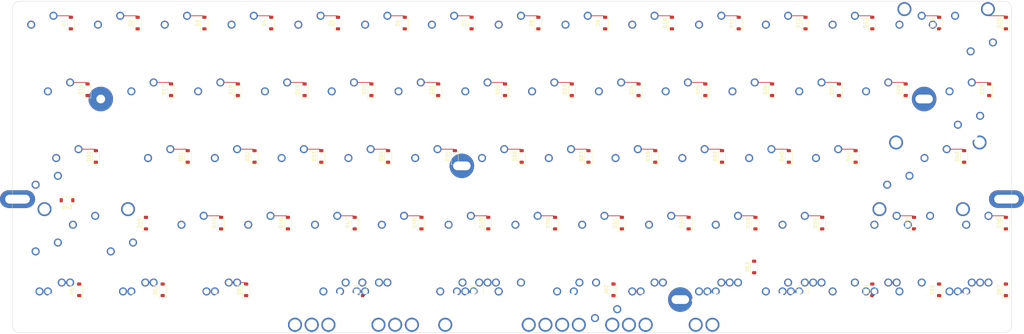
<source format=kicad_pcb>
(kicad_pcb (version 20241229) (generator "pcbnew") (generator_version "9.0")
  (layers (0 "F.Cu" signal) (2 "B.Cu" signal) (13 "F.Paste" user) (15 "B.Paste" user) (5 "F.SilkS" user "F.Silkscreen") (7 "B.SilkS" user "B.Silkscreen") (1 "F.Mask" user) (3 "B.Mask" user) (25 "Edge.Cuts" user))
  (net 0 "")
  (net 1 "Net-(D30-A)")
  (net 2 "row1")
  (net 3 "Net-(D1-A)")
  (net 4 "Net-(D2-A)")
  (net 5 "Net-(D3-A)")
  (net 6 "Net-(D4-A)")
  (net 7 "Net-(D5-A)")
  (net 8 "Net-(D6-A)")
  (net 9 "Net-(D7-A)")
  (net 10 "Net-(D8-A)")
  (net 11 "Net-(D9-A)")
  (net 12 "Net-(D10-A)")
  (net 13 "Net-(D11-A)")
  (net 14 "Net-(D12-A)")
  (net 15 "Net-(D13-A)")
  (net 16 "Net-(D14-A)")
  (net 17 "row2")
  (net 18 "Net-(D15-A)")
  (net 19 "Net-(D16-A)")
  (net 20 "Net-(D17-A)")
  (net 21 "Net-(D18-A)")
  (net 22 "Net-(D19-A)")
  (net 23 "Net-(D20-A)")
  (net 24 "Net-(D21-A)")
  (net 25 "Net-(D22-A)")
  (net 26 "Net-(D23-A)")
  (net 27 "Net-(D24-A)")
  (net 28 "Net-(D25-A)")
  (net 29 "Net-(D26-A)")
  (net 30 "Net-(D27-A)")
  (net 31 "Net-(D28-A)")
  (net 32 "row3")
  (net 33 "Net-(D29-A)")
  (net 34 "Net-(D31-A)")
  (net 35 "Net-(D32-A)")
  (net 36 "Net-(D33-A)")
  (net 37 "Net-(D34-A)")
  (net 38 "Net-(D35-A)")
  (net 39 "Net-(D36-A)")
  (net 40 "Net-(D37-A)")
  (net 41 "Net-(D38-A)")
  (net 42 "Net-(D39-A)")
  (net 43 "Net-(D40-A)")
  (net 44 "Net-(D41-A)")
  (net 45 "Net-(D42-A)")
  (net 46 "row4")
  (net 47 "Net-(D44-A)")
  (net 48 "Net-(D45-A)")
  (net 49 "Net-(D46-A)")
  (net 50 "Net-(D47-A)")
  (net 51 "Net-(D48-A)")
  (net 52 "Net-(D49-A)")
  (net 53 "Net-(D50-A)")
  (net 54 "Net-(D51-A)")
  (net 55 "Net-(D52-A)")
  (net 56 "Net-(D53-A)")
  (net 57 "Net-(D54-A)")
  (net 58 "Net-(D55-A)")
  (net 59 "row5")
  (net 60 "Net-(D57-A)")
  (net 61 "Net-(D58-A)")
  (net 62 "Net-(D59-A)")
  (net 63 "Net-(D60-A)")
  (net 64 "Net-(D61-A)")
  (net 65 "Net-(D62-A)")
  (net 66 "Net-(D63-A)")
  (net 67 "Net-(D64-A)")
  (net 68 "Net-(D65-A)")
  (net 69 "Net-(D66-A)")
  (net 70 "Net-(D67-A)")
  (net 71 "col1")
  (net 72 "col2")
  (net 73 "col3")
  (net 74 "col4")
  (net 75 "col5")
  (net 76 "col6")
  (net 77 "col7")
  (net 78 "col8")
  (net 79 "col9")
  (net 80 "col10")
  (net 81 "col11")
  (net 82 "col12")
  (net 83 "col13")
  (net 84 "col14")
  (net 85 "Net-(D43-A)")
  (net 86 "Net-(D56-A)")
  (footprint "marbastlib-mx:SW_MX_1u" (layer "F.Cu") (at 197.64375 114.3 180)
    (property "Reference" "MX70" (hide yes))
    (property "Value" "MX_SW_HS")
  )
  (footprint "marbastlib-mx:SW_MX_1u" (layer "F.Cu") (at 152.4 38.1)
    (property "Reference" "MX7" (hide yes))
    (property "Value" "MX_SW_HS")
  )
  (footprint "marbastlib-mx:STAB_MX_P_2.75u" (layer "F.Cu") (at 211.93125 114.3 180)
    (property "Reference" "S8" (hide yes))
    (property "Value" "2.75")
  )
  (footprint "marbastlib-mx:SW_MX_1.75u" (layer "F.Cu") (at 278.62125 95.25)
    (property "Reference" "MX97" (hide yes))
    (property "Value" "MX_SW_HS")
  )
  (footprint "marbastlib-mx:SW_MX_1u" (layer "F.Cu") (at 209.55 114.3)
    (property "Reference" "MX87" (hide yes))
    (property "Value" "MX_SW_HS")
  )
  (footprint "Diode_SMD:D_SOD-123" (layer "F.Cu") (at 240.50625 104.775 90)
    (property "Reference" "D63")
    (property "Value" "1N4148W")
  )
  (footprint "marbastlib-mx:STAB_MX_P_2.25u" (layer "F.Cu") (at 197.64375 114.3 180)
    (property "Reference" "S5" (hide yes))
    (property "Value" "2.25")
  )
  (footprint "marbastlib-mx:SW_MX_1u" (layer "F.Cu") (at 238.125 57.15)
    (property "Reference" "MX26" (hide yes))
    (property "Value" "MX_SW_HS")
  )
  (footprint "marbastlib-mx:SW_MX_1u" (layer "F.Cu") (at 171.45 38.1)
    (property "Reference" "MX8" (hide yes))
    (property "Value" "MX_SW_HS")
  )
  (footprint "Diode_SMD:D_SOD-123" (layer "F.Cu") (at 312.3 111.3 90)
    (property "Reference" "D67")
    (property "Value" "1N4148W")
  )
  (footprint "marbastlib-mx:SW_MX_1u" (layer "F.Cu") (at 295.275 38.1)
    (property "Reference" "MX92" (hide yes))
    (property "Value" "MX_SW_HS")
  )
  (footprint "marbastlib-mx:STAB_MX_P_6u" (layer "F.Cu") (at 161.925 114.3 180)
    (property "Reference" "S12" (hide yes))
    (property "Value" "6")
  )
  (footprint "marbastlib-mx:SW_MX_1u" (layer "F.Cu") (at 257.175 57.15)
    (property "Reference" "MX27" (hide yes))
    (property "Value" "MX_SW_HS")
  )
  (footprint "Diode_SMD:D_SOD-123" (layer "F.Cu") (at 162.28125 111.3 90)
    (property "Reference" "D61")
    (property "Value" "1N4148W")
  )
  (footprint "Diode_SMD:D_SOD-123" (layer "F.Cu") (at 221.8125 92.25 90)
    (property "Reference" "D52")
    (property "Value" "1N4148W")
  )
  (footprint "marbastlib-mx:STAB_MX_P_2.75u" (layer "F.Cu") (at 188.11875 114.3 180)
    (property "Reference" "S14" (hide yes))
    (property "Value" "2.75")
  )
  (footprint "marbastlib-mx:SW_MX_1u" (layer "F.Cu") (at 109.5375 76.2)
    (property "Reference" "MX33" (hide yes))
    (property "Value" "MX_SW_HS")
  )
  (footprint "marbastlib-mx:SW_MX_1.25u" (layer "F.Cu") (at 230.98125 114.3)
    (property "Reference" "MX71" (hide yes))
    (property "Value" "MX_SW_HS")
  )
  (footprint "marbastlib-mx:SW_MX_1.25u" (layer "F.Cu") (at 59.53125 95.25 180)
    (property "Reference" "MX44" (hide yes))
    (property "Value" "MX_SW_HS")
  )
  (footprint "Diode_SMD:D_SOD-123" (layer "F.Cu") (at 300.39375 73.2 90)
    (property "Reference" "D42")
    (property "Value" "1N4148W")
  )
  (footprint "Diode_SMD:D_SOD-123" (layer "F.Cu") (at 78.9375 73.2 90)
    (property "Reference" "D31")
    (property "Value" "1N4148W")
  )
  (footprint "Diode_SMD:D_SOD-123" (layer "F.Cu") (at 174.1875 73.2 90)
    (property "Reference" "D36")
    (property "Value" "1N4148W")
  )
  (footprint "Diode_SMD:D_SOD-123" (layer "F.Cu") (at 255.15 35.1 90)
    (property "Reference" "D12")
    (property "Value" "1N4148W")
  )
  (footprint "marbastlib-mx:SW_MX_1u" (layer "F.Cu") (at 276.225 57.15)
    (property "Reference" "MX28" (hide yes))
    (property "Value" "MX_SW_HS")
  )
  (footprint "Diode_SMD:D_SOD-123" (layer "F.Cu") (at 236.1 35.1 90)
    (property "Reference" "D11")
    (property "Value" "1N4148W")
  )
  (footprint "marbastlib-mx:STAB_MX_P_2.75u" (layer "F.Cu") (at 130.96875 114.3 180)
    (property "Reference" "S7" (hide yes))
    (property "Value" "2.75")
  )
  (footprint "marbastlib-mx:SW_MX_1u" (layer "F.Cu") (at 304.8 95.25)
    (property "Reference" "MX98" (hide yes))
    (property "Value" "MX_SW_HS")
  )
  (footprint "Diode_SMD:D_SOD-123" (layer "F.Cu") (at 259.9125 92.25 90)
    (property "Reference" "D54")
    (property "Value" "1N4148W")
  )
  (footprint "marbastlib-mx:SW_MX_1u" (layer "F.Cu") (at 228.6 38.1)
    (property "Reference" "MX11" (hide yes))
    (property "Value" "MX_SW_HS")
  )
  (footprint "marbastlib-mx:SW_MX_1u" (layer "F.Cu") (at 176.2125 95.25)
    (property "Reference" "MX50" (hide yes))
    (property "Value" "MX_SW_HS")
  )
  (footprint "marbastlib-mx:SW_MX_1u" (layer "F.Cu") (at 80.9625 95.25)
    (property "Reference" "MX45" (hide yes))
    (property "Value" "MX_SW_HS")
  )
  (footprint "marbastlib-mx:SW_MX_1.25u" (layer "F.Cu") (at 302.41875 114.3)
    (property "Reference" "MX74" (hide yes))
    (property "Value" "MX_SW_HS")
  )
  (footprint "marbastlib-mx:SW_MX_1u" (layer "F.Cu") (at 66.675 114.3)
    (property "Reference" "MX77" (hide yes))
    (property "Value" "MX_SW_HS")
  )
  (footprint "marbastlib-mx:SW_MX_1u" (layer "F.Cu") (at 128.5875 76.2)
    (property "Reference" "MX34" (hide yes))
    (property "Value" "MX_SW_HS")
  )
  (footprint "marbastlib-mx:SW_MX_1u" (layer "F.Cu") (at 66.675 57.15)
    (property "Reference" "MX17" (hide yes))
    (property "Value" "MX_SW_HS")
  )
  (footprint "marbastlib-mx:SW_MX_1u" (layer "F.Cu") (at 285.75 38.1)
    (property "Reference" "MX14" (hide yes))
    (property "Value" "MX_SW_HS")
  )
  (footprint "marbastlib-mx:SW_MX_1u" (layer "F.Cu") (at 200.025 57.15)
    (property "Reference" "MX24" (hide yes))
    (property "Value" "MX_SW_HS")
  )
  (footprint "marbastlib-mx:SW_MX_1.25u" (layer "F.Cu") (at 154.78125 114.3)
    (property "Reference" "MX61" (hide yes))
    (property "Value" "MX_SW_HS")
  )
  (footprint "marbastlib-mx:STAB_MX_P_3u" (layer "F.Cu") (at 209.55 114.3 180)
    (property "Reference" "S10" (hide yes))
    (property "Value" "3")
  )
  (footprint "Diode_SMD:D_SOD-123" (layer "F.Cu") (at 274.2 35.1 90)
    (property "Reference" "D13")
    (property "Value" "1N4148W")
  )
  (footprint "marbastlib-mx:SW_MX_1u" (layer "F.Cu") (at 285.75 114.3)
    (property "Reference" "MX66" (hide yes))
    (property "Value" "MX_SW_HS")
  )
  (footprint "Diode_SMD:D_SOD-123" (layer "F.Cu") (at 283.725 54.15 90)
    (property "Reference" "D28")
    (property "Value" "1N4148W")
  )
  (footprint "marbastlib-mx:SW_MX_1u" (layer "F.Cu") (at 100.0125 95.25)
    (property "Reference" "MX46" (hide yes))
    (property "Value" "MX_SW_HS")
  )
  (footprint "Diode_SMD:D_SOD-123" (layer "F.Cu") (at 240.8625 92.25 90)
    (property "Reference" "D53")
    (property "Value" "1N4148W")
  )
  (footprint "marbastlib-mx:SW_MX_1.25u" (layer "F.Cu") (at 278.60625 114.3)
    (property "Reference" "MX73" (hide yes))
    (property "Value" "MX_SW_HS")
  )
  (footprint "Diode_SMD:D_SOD-123" (layer "F.Cu") (at 264.675 54.15 90)
    (property "Reference" "D27")
    (property "Value" "1N4148W")
  )
  (footprint "marbastlib-mx:SW_MX_1.5u" (layer "F.Cu") (at 171.45 114.3)
    (property "Reference" "MX80" (hide yes))
    (property "Value" "MX_SW_HS")
  )
  (footprint "marbastlib-mx:SW_MX_1u" (layer "F.Cu") (at 133.35 114.3)
    (property "Reference" "MX85" (hide yes))
    (property "Value" "MX_SW_HS")
  )
  (footprint "marbastlib-mx:SW_MX_1u" (layer "F.Cu") (at 180.975 57.15)
    (property "Reference" "MX23" (hide yes))
    (property "Value" "MX_SW_HS")
  )
  (footprint "Diode_SMD:D_SOD-123" (layer "F.Cu") (at 293.25 111.3 90)
    (property "Reference" "D66")
    (property "Value" "1N4148W")
  )
  (footprint "Diode_SMD:D_SOD-123" (layer "F.Cu") (at 202.7625 92.25 90)
    (property "Reference" "D51")
    (property "Value" "1N4148W")
  )
  (footprint "marbastlib-mx:SW_MX_1u" (layer "F.Cu") (at 123.825 57.15)
    (property "Reference" "MX20" (hide yes))
    (property "Value" "MX_SW_HS")
  )
  (footprint "Diode_SMD:D_SOD-123" (layer "F.Cu") (at 217.05 35.1 90)
    (property "Reference" "D10")
    (property "Value" "1N4148W")
  )
  (footprint "marbastlib-mx:SW_MX_1.25u" (layer "F.Cu") (at 164.30625 114.3)
    (property "Reference" "MX69" (hide yes))
    (property "Value" "MX_SW_HS")
  )
  (footprint "marbastlib-mx:SW_MX_1.25u" (layer "F.Cu") (at 254.79375 114.3)
    (property "Reference" "MX72" (hide yes))
    (property "Value" "MX_SW_HS")
  )
  (footprint "Diode_SMD:D_SOD-123" (layer "F.Cu") (at 245.625 54.15 90)
    (property "Reference" "D26")
    (property "Value" "1N4148W")
  )
  (footprint "marbastlib-mx:STAB_MX_P_2.25u" (layer "F.Cu") (at 121.44375 114.3 180)
    (property "Reference" "S2" (hide yes))
    (property "Value" "2.25")
  )
  (footprint "Diode_SMD:D_SOD-123" (layer "F.Cu") (at 117.0375 73.2 90)
    (property "Reference" "D33")
    (property "Value" "1N4148W")
  )
  (footprint "Diode_SMD:D_SOD-123" (layer "F.Cu") (at 52.74375 73.2 90)
    (property "Reference" "D30")
    (property "Value" "1N4148W")
  )
  (footprint "marbastlib-mx:SW_MX_1.25u" (layer "F.Cu") (at 88.10625 114.3)
    (property "Reference" "MX59" (hide yes))
    (property "Value" "MX_SW_HS")
  )
  (footprint "marbastlib-mx:SW_MX_1u" (layer "F.Cu") (at 95.25 38.1)
    (property "Reference" "MX4" (hide yes))
    (property "Value" "MX_SW_HS")
  )
  (footprint "marbastlib-mx:STAB_MX_P_2.75u" (layer "F.Cu") (at 126.20625 114.3 180)
    (property "Reference" "S4" (hide yes))
    (property "Value" "2.75")
  )
  (footprint "Diode_SMD:D_SOD-123" (layer "F.Cu") (at 164.6625 92.25 90)
    (property "Reference" "D49")
    (property "Value" "1N4148W")
  )
  (footprint "Diode_SMD:D_SOD-123" (layer "F.Cu") (at 93.225 54.15 90)
    (property "Reference" "D18")
    (property "Value" "1N4148W")
  )
  (footprint "Diode_SMD:D_SOD-123" (layer "F.Cu") (at 212.2875 73.2 90)
    (property "Reference" "D38")
    (property "Value" "1N4148W")
  )
  (footprint "Diode_SMD:D_SOD-123" (layer "F.Cu") (at 269.4375 73.2 90)
    (property "Reference" "D41")
    (property "Value" "1N4148W")
  )
  (footprint "marbastlib-mx:SW_MX_1u" (layer "F.Cu") (at 228.6 114.3)
    (property "Reference" "MX63" (hide yes))
    (property "Value" "MX_SW_HS")
  )
  (footprint "marbastlib-mx:STAB_MX_P_2.75u" (layer "F.Cu") (at 288.14625 95.25)
    (property "Reference" "S18" (hide yes))
    (property "Value" "2.75")
  )
  (footprint "marbastlib-mx:SW_MX_1u" (layer "F.Cu") (at 130.96875 114.3)
    (property "Reference" "MX79" (hide yes))
    (property "Value" "MX_SW_HS")
  )
  (footprint "marbastlib-mx:SW_MX_1u" (layer "F.Cu") (at 142.875 57.15)
    (property "Reference" "MX21" (hide yes))
    (property "Value" "MX_SW_HS")
  )
  (footprint "hole:PKRHC" (layer "F.Cu") (at 54.13762 56.79382)
    (property "Reference" "HOLE" (hide yes))
    (property "Value" "VAL**" (hide yes))
  )
  (footprint "Diode_SMD:D_SOD-123" (layer "F.Cu") (at 102.75 35.1 90)
    (property "Reference" "D4")
    (property "Value" "1N4148W")
  )
  (footprint "marbastlib-mx:SW_MX_1u" (layer "F.Cu") (at 50.00625 95.25)
    (property "Reference" "MX95" (hide yes))
    (property "Value" "MX_SW_HS")
  )
  (footprint "marbastlib-mx:SW_MX_1u" (layer "F.Cu") (at 233.3625 95.25)
    (property "Reference" "MX53" (hide yes))
    (property "Value" "MX_SW_HS")
  )
  (footprint "marbastlib-mx:SW_MX_1u" (layer "F.Cu") (at 161.925 57.15)
    (property "Reference" "MX22" (hide yes))
    (property "Value" "MX_SW_HS")
  )
  (footprint "marbastlib-mx:SW_MX_1.75u" (layer "F.Cu") (at 45.24375 76.2)
    (property "Reference" "MX30" (hide yes))
    (property "Value" "MX_SW_HS")
  )
  (footprint "marbastlib-mx:SW_MX_1u" (layer "F.Cu") (at 57.15 38.1)
    (property "Reference" "MX2" (hide yes))
    (property "Value" "MX_SW_HS")
  )
  (footprint "marbastlib-mx:SW_MX_1.25u" (layer "F.Cu") (at 64.29375 114.3)
    (property "Reference" "MX58" (hide yes))
    (property "Value" "MX_SW_HS")
  )
  (footprint "marbastlib-mx:SW_MX_1u" (layer "F.Cu") (at 280.9875 76.2 180)
    (property "Reference" "MX96" (hide yes))
    (property "Value" "MX_SW_HS")
  )
  (footprint "marbastlib-mx:SW_MX_1u" (layer "F.Cu") (at 130.96875 114.3)
    (property "Reference" "MX99" (hide yes))
    (property "Value" "MX_SW_HS")
  )
  (footprint "marbastlib-mx:SW_MX_1u" (layer "F.Cu") (at 119.0625 95.25)
    (property "Reference" "MX47" (hide yes))
    (property "Value" "MX_SW_HS")
  )
  (footprint "Diode_SMD:D_SOD-123" (layer "F.Cu") (at 44.5125 85.725 180)
    (property "Reference" "D43")
    (property "Value" "1N4148W")
  )
  (footprint "marbastlib-mx:SW_MX_1u" (layer "F.Cu") (at 223.8375 76.2)
    (property "Reference" "MX39" (hide yes))
    (property "Value" "MX_SW_HS")
  )
  (footprint "Diode_SMD:D_SOD-123" (layer "F.Cu") (at 50.3625 54.15 90)
    (property "Reference" "D16")
    (property "Value" "1N4148W")
  )
  (footprint "marbastlib-mx:SW_MX_1u" (layer "F.Cu") (at 300.0375 57.15)
    (property "Reference" "MX29" (hide yes))
    (property "Value" "MX_SW_HS")
  )
  (footprint "Diode_SMD:D_SOD-123" (layer "F.Cu") (at 74.175 54.15 90)
    (property "Reference" "D17")
    (property "Value" "1N4148W")
  )
  (footprint "marbastlib-mx:SW_MX_1u" (layer "F.Cu") (at 276.225 114.3)
    (property "Reference" "MX83" (hide yes))
    (property "Value" "MX_SW_HS")
  )
  (footprint "marbastlib-mx:SW_MX_1u" (layer "F.Cu") (at 138.1125 95.25)
    (property "Reference" "MX48" (hide yes))
    (property "Value" "MX_SW_HS")
  )
  (footprint "marbastlib-mx:SW_MX_1u" (layer "F.Cu") (at 147.6375 76.2)
    (property "Reference" "MX35" (hide yes))
    (property "Value" "MX_SW_HS")
  )
  (footprint "marbastlib-mx:SW_MX_1u" (layer "F.Cu") (at 185.7375 76.2)
    (property "Reference" "MX37" (hide yes))
    (property "Value" "MX_SW_HS")
  )
  (footprint "Diode_SMD:D_SOD-123" (layer "F.Cu") (at 286.10625 92.25 90)
    (property "Reference" "D55")
    (property "Value" "1N4148W")
  )
  (footprint "Diode_SMD:D_SOD-123" (layer "F.Cu") (at 159.9 35.1 90)
    (property "Reference" "D7")
    (property "Value" "1N4148W")
  )
  (footprint "Diode_SMD:D_SOD-123" (layer "F.Cu") (at 112.275 54.15 90)
    (property "Reference" "D19")
    (property "Value" "1N4148W")
  )
  (footprint "marbastlib-mx:STAB_MX_P_2.75u" (layer "F.Cu") (at 130.96875 114.3 180)
    (property "Reference" "S13" (hide yes))
    (property "Value" "2.75")
  )
  (footprint "marbastlib-mx:SW_MX_1u" (layer "F.Cu") (at 85.725 57.15)
    (property "Reference" "MX18" (hide yes))
    (property "Value" "MX_SW_HS")
  )
  (footprint "Diode_SMD:D_SOD-123" (layer "F.Cu") (at 226.575 54.15 90)
    (property "Reference" "D25")
    (property "Value" "1N4148W")
  )
  (footprint "Diode_SMD:D_SOD-123" (layer "F.Cu") (at 193.2375 73.2 90)
    (property "Reference" "D37")
    (property "Value" "1N4148W")
  )
  (footprint "Diode_SMD:D_SOD-123" (layer "F.Cu") (at 312.3 92.25 90)
    (property "Reference" "D56")
    (property "Value" "1N4148W")
  )
  (footprint "Diode_SMD:D_SOD-123" (layer "F.Cu") (at 88.4625 92.25 90)
    (property "Reference" "D45")
    (property "Value" "1N4148W")
  )
  (footprint "marbastlib-mx:STAB_MX_P_2.25u" (layer "F.Cu") (at 50.00625 95.25)
    (property "Reference" "S15" (hide yes))
    (property "Value" "2.25")
  )
  (footprint "hole:PKRH" (layer "F.Cu") (at 219.43772 114.09372)
    (property "Reference" "HOLE" (hide yes))
    (property "Value" "VAL**" (hide yes))
  )
  (footprint "marbastlib-mx:SW_MX_1u" (layer "F.Cu") (at 302.41875 66.675)
    (property "Reference" "MX94" (hide yes))
    (property "Value" "MX_SW_HS")
  )
  (footprint "marbastlib-mx:SW_MX_1u" (layer "F.Cu") (at 126.20625 114.3)
    (property "Reference" "MX68" (hide yes))
    (property "Value" "MX_SW_HS")
  )
  (footprint "marbastlib-mx:SW_MX_1u" (layer "F.Cu") (at 190.5 38.1)
    (property "Reference" "MX9" (hide yes))
    (property "Value" "MX_SW_HS")
  )
  (footprint "Diode_SMD:D_SOD-123" (layer "F.Cu") (at 255.15 111.3 90)
    (property "Reference" "D64")
    (property "Value" "1N4148W")
  )
  (footprint "marbastlib-mx:SW_MX_1u" (layer "F.Cu") (at 192.88125 114.3)
    (property "Reference" "MX62" (hide yes))
    (property "Value" "MX_SW_HS")
  )
  (footprint "Diode_SMD:D_SOD-123" (layer "F.Cu") (at 169.425 54.15 90)
    (property "Reference" "D22")
    (property "Value" "1N4148W")
  )
  (footprint "marbastlib-mx:SW_MX_1u" (layer "F.Cu") (at 90.4875 76.2)
    (property "Reference" "MX32" (hide yes))
    (property "Value" "MX_SW_HS")
  )
  (footprint "Diode_SMD:D_SOD-123" (layer "F.Cu") (at 250.3875 73.2 90)
    (property "Reference" "D40")
    (property "Value" "1N4148W")
  )
  (footprint "marbastlib-mx:SW_MX_1u" (layer "F.Cu") (at 114.3 38.1)
    (property "Reference" "MX5" (hide yes))
    (property "Value" "MX_SW_HS")
  )
  (footprint "Diode_SMD:D_SOD-123" (layer "F.Cu") (at 83.7 35.1 90)
    (property "Reference" "D3")
    (property "Value" "1N4148W")
  )
  (footprint "marbastlib-mx:SW_MX_1.5u" (layer "F.Cu") (at 233.3625 114.3)
    (property "Reference" "MX90" (hide yes))
    (property "Value" "MX_SW_HS")
  )
  (footprint "Diode_SMD:D_SOD-123" (layer "F.Cu") (at 64.65 35.1 90)
    (property "Reference" "D2")
    (property "Value" "1N4148W")
  )
  (footprint "marbastlib-mx:SW_MX_1.5u" (layer "F.Cu") (at 90.4875 114.3)
    (property "Reference" "MX78" (hide yes))
    (property "Value" "MX_SW_HS")
  )
  (footprint "Diode_SMD:D_SOD-123" (layer "F.Cu") (at 231.3375 73.2 90)
    (property "Reference" "D39")
    (property "Value" "1N4148W")
  )
  (footprint "Diode_SMD:D_SOD-123" (layer "F.Cu") (at 45.6 35.1 90)
    (property "Reference" "D1")
    (property "Value" "1N4148W")
  )
  (footprint "marbastlib-mx:SW_MX_1u" (layer "F.Cu") (at 266.7 114.3)
    (property "Reference" "MX65" (hide yes))
    (property "Value" "MX_SW_HS")
  )
  (footprint "marbastlib-mx:SW_MX_1u" (layer "F.Cu") (at 104.775 57.15)
    (property "Reference" "MX19" (hide yes))
    (property "Value" "MX_SW_HS")
  )
  (footprint "Diode_SMD:D_SOD-123" (layer "F.Cu") (at 47.98125 111.3 90)
    (property "Reference" "D57")
    (property "Value" "1N4148W")
  )
  (footprint "Diode_SMD:D_SOD-123" (layer "F.Cu") (at 95.60625 111.3 90)
    (property "Reference" "D59")
    (property "Value" "1N4148W")
  )
  (footprint "marbastlib-mx:SW_MX_1u" (layer "F.Cu") (at 71.4375 76.2)
    (property "Reference" "MX31" (hide yes))
    (property "Value" "MX_SW_HS")
  )
  (footprint "marbastlib-mx:SW_MX_1u" (layer "F.Cu") (at 219.075 57.15)
    (property "Reference" "MX25" (hide yes))
    (property "Value" "MX_SW_HS")
  )
  (footprint "marbastlib-mx:STAB_MX_P_6.25u" (layer "F.Cu") (at 159.54375 114.3 180)
    (property "Reference" "S6" (hide yes))
    (property "Value" "6.25")
  )
  (footprint "marbastlib-mx:SW_MX_1u" (layer "F.Cu") (at 157.1625 95.25)
    (property "Reference" "MX49" (hide yes))
    (property "Value" "MX_SW_HS")
  )
  (footprint "marbastlib-mx:SW_MX_1u" (layer "F.Cu") (at 159.54375 114.3)
    (property "Reference" "MX75" (hide yes))
    (property "Value" "MX_SW_HS")
  )
  (footprint "Diode_SMD:D_SOD-123" (layer "F.Cu") (at 293.25 35.1 90)
    (property "Reference" "D14")
    (property "Value" "1N4148W")
  )
  (footprint "hole:PKRHSL" (layer "F.Cu") (at 30.39722 85.39422)
    (property "Reference" "HOLE" (hide yes))
    (property "Value" "VAL**" (hide yes))
  )
  (footprint "marbastlib-mx:SW_MX_1.75u" (layer "F.Cu") (at 278.60625 95.25)
    (property "Reference" "MX55" (hide yes))
    (property "Value" "MX_SW_HS")
  )
  (footprint "hole:PKRH" (layer "F.Cu") (at 288.98822 56.79382)
    (property "Reference" "HOLE" (hide yes))
    (property "Value" "VAL**" (hide yes))
  )
  (footprint "marbastlib-mx:STAB_MX_P_2.75u" (layer "F.Cu") (at 192.88125 114.3 180)
    (property "Reference" "S3" (hide yes))
    (property "Value" "2.75")
  )
  (footprint "marbastlib-mx:SW_MX_1u" (layer "F.Cu") (at 38.1 38.1)
    (property "Reference" "MX1" (hide yes))
    (property "Value" "MX_SW_HS")
  )
  (footprint "Diode_SMD:D_SOD-123" (layer "F.Cu") (at 150.375 54.15 90)
    (property "Reference" "D21")
    (property "Value" "1N4148W")
  )
  (footprint "marbastlib-mx:SW_MX_1u" (layer "F.Cu") (at 211.93125 114.3)
    (property "Reference" "MX81" (hide yes))
    (property "Value" "MX_SW_HS")
  )
  (footprint "marbastlib-mx:SW_MX_1u" (layer "F.Cu") (at 166.6875 76.2)
    (property "Reference" "MX36" (hide yes))
    (property "Value" "MX_SW_HS")
  )
  (footprint "marbastlib-mx:SW_MX_1u" (layer "F.Cu") (at 257.175 114.3)
    (property "Reference" "MX91" (hide yes))
    (property "Value" "MX_SW_HS")
  )
  (footprint "Diode_SMD:D_SOD-123" (layer "F.Cu") (at 145.6125 92.25 90)
    (property "Reference" "D48")
    (property "Value" "1N4148W")
  )
  (footprint "marbastlib-mx:SW_MX_1u" (layer "F.Cu") (at 204.7875 76.2)
    (property "Reference" "MX38" (hide yes))
    (property "Value" "MX_SW_HS")
  )
  (footprint "marbastlib-mx:SW_MX_1u" (layer "F.Cu") (at 188.11875 114.3)
    (property "Reference" "MX100" (hide yes))
    (property "Value" "MX_SW_HS")
  )
  (footprint "marbastlib-mx:SW_MX_1u" (layer "F.Cu") (at 209.55 38.1)
    (property "Reference" "MX10" (hide yes))
    (property "Value" "MX_SW_HS")
  )
  (footprint "marbastlib-mx:SW_MX_1u" (layer "F.Cu") (at 266.7 38.1)
    (property "Reference" "MX13" (hide yes))
    (property "Value" "MX_SW_HS")
  )
  (footprint "marbastlib-mx:SW_MX_1u" (layer "F.Cu") (at 195.2625 95.25)
    (property "Reference" "MX51" (hide yes))
    (property "Value" "MX_SW_HS")
  )
  (footprint "marbastlib-mx:SW_MX_1u" (layer "F.Cu") (at 304.8 38.1 180)
    (property "Reference" "MX15" (hide yes))
    (property "Value" "MX_SW_HS")
  )
  (footprint "Diode_SMD:D_SOD-123" (layer "F.Cu") (at 207.525 54.15 90)
    (property "Reference" "D24")
    (property "Value" "1N4148W")
  )
  (footprint "Diode_SMD:D_SOD-123" (layer "F.Cu") (at 274.2 111.3 90)
    (property "Reference" "D65")
    (property "Value" "1N4148W")
  )
  (footprint "Diode_SMD:D_SOD-123" (layer "F.Cu") (at 198 35.1 90)
    (property "Reference" "D9")
    (property "Value" "1N4148W")
  )
  (footprint "hole:PKRH" (layer "F.Cu") (at 157.13832 75.89302)
    (property "Reference" "HOLE" (hide yes))
    (property "Value" "VAL**" (hide yes))
  )
  (footprint "Diode_SMD:D_SOD-123" (layer "F.Cu") (at 178.95 35.1 90)
    (property "Reference" "D8")
    (property "Value" "1N4148W")
  )
  (footprint "marbastlib-mx:SW_MX_1u" (layer "F.Cu") (at 252.4125 95.25)
    (property "Reference" "MX54" (hide yes))
    (property "Value" "MX_SW_HS")
  )
  (footprint "marbastlib-mx:SW_MX_1u" (layer "F.Cu") (at 161.925 114.3)
    (property "Reference" "MX89" (hide yes))
    (property "Value" "MX_SW_HS")
  )
  (footprint "Diode_SMD:D_SOD-123" (layer "F.Cu") (at 307.5375 54.15 90)
    (property "Reference" "D29")
    (property "Value" "1N4148W")
  )
  (footprint "Diode_SMD:D_SOD-123" (layer "F.Cu") (at 97.9875 73.2 90)
    (property "Reference" "D32")
    (property "Value" "1N4148W")
  )
  (footprint "Diode_SMD:D_SOD-123" (layer "F.Cu") (at 200.38125 111.3 90)
    (property "Reference" "D62")
    (property "Value" "1N4148W")
  )
  (footprint "marbastlib-mx:SW_MX_1u" (layer "F.Cu") (at 121.44375 114.3)
    (property "Reference" "MX60" (hide yes))
    (property "Value" "MX_SW_HS")
  )
  (footprint "marbastlib-mx:SW_MX_1u" (layer "F.Cu") (at 247.65 114.3)
    (property "Reference" "MX64" (hide yes))
    (property "Value" "MX_SW_HS")
  )
  (footprint "hole:PKRHSL" (layer "F.Cu") (at 312.47952 85.39422)
    (property "Reference" "HOLE" (hide yes))
    (property "Value" "VAL**" (hide yes))
  )
  (footprint "marbastlib-mx:SW_MX_1.5u" (layer "F.Cu") (at 42.8625 114.3)
    (property "Reference" "MX76" (hide yes))
    (property "Value" "MX_SW_HS")
  )
  (footprint "marbastlib-mx:SW_MX_1.5u" (layer "F.Cu") (at 300.0375 114.3)
    (property "Reference" "MX84" (hide yes))
    (property "Value" "MX_SW_HS")
  )
  (footprint "marbastlib-mx:SW_MX_1u" (layer "F.Cu") (at 171.45 114.3)
    (property "Reference" "MX86" (hide yes))
    (property "Value" "MX_SW_HS")
  )
  (footprint "marbastlib-mx:SW_MX_1u" (layer "F.Cu") (at 304.8 114.3)
    (property "Reference" "MX67" (hide yes))
    (property "Value" "MX_SW_HS")
  )
  (footprint "marbastlib-mx:SW_MX_1u" (layer "F.Cu") (at 288.14625 95.25)
    (property "Reference" "MX101" (hide yes))
    (property "Value" "MX_SW_HS")
  )
  (footprint "marbastlib-mx:SW_MX_1u" (layer "F.Cu") (at 38.1 95.25 180)
    (property "Reference" "MX43" (hide yes))
    (property "Value" "MX_SW_HS")
  )
  (footprint "Diode_SMD:D_SOD-123" (layer "F.Cu") (at 136.0875 73.2 90)
    (property "Reference" "D34")
    (property "Value" "1N4148W")
  )
  (footprint "marbastlib-mx:SW_MX_1u" (layer "F.Cu") (at 261.9375 76.2)
    (property "Reference" "MX41" (hide yes))
    (property "Value" "MX_SW_HS")
  )
  (footprint "Diode_SMD:D_SOD-123" (layer "F.Cu") (at 155.1375 73.2 90)
    (property "Reference" "D35")
    (property "Value" "1N4148W")
  )
  (footprint "marbastlib-mx:STAB_MX_P_3u" (layer "F.Cu") (at 133.35 114.3 180)
    (property "Reference" "S9" (hide yes))
    (property "Value" "3")
  )
  (footprint "Diode_SMD:D_SOD-123" (layer "F.Cu") (at 188.475 54.15 90)
    (property "Reference" "D23")
    (property "Value" "1N4148W")
  )
  (footprint "marbastlib-mx:SW_MX_1u" (layer "F.Cu") (at 133.35 38.1)
    (property "Reference" "MX6" (hide yes))
    (property "Value" "MX_SW_HS")
  )
  (footprint "hole:PKRHSL" (layer "F.Cu") (at 30.39722 85.39422)
    (property "Reference" "HOLE" (hide yes))
    (property "Value" "VAL**" (hide yes))
  )
  (footprint "Diode_SMD:D_SOD-123" (layer "F.Cu") (at 128.94375 111.3 90)
    (property "Reference" "D60")
    (property "Value" "1N4148W")
  )
  (footprint "Diode_SMD:D_SOD-123" (layer "F.Cu") (at 312.3 35.1 90)
    (property "Reference" "D15")
    (property "Value" "1N4148W")
  )
  (footprint "marbastlib-mx:SW_MX_1u" (layer "F.Cu") (at 304.8 95.25)
    (property "Reference" "MX56" (hide yes))
    (property "Value" "MX_SW_HS")
  )
  (footprint "Diode_SMD:D_SOD-123" (layer "F.Cu") (at 183.7125 92.25 90)
    (property "Reference" "D50")
    (property "Value" "1N4148W")
  )
  (footprint "marbastlib-mx:SW_MX_1.25u" (layer "F.Cu") (at 40.48125 114.3)
    (property "Reference" "MX57" (hide yes))
    (property "Value" "MX_SW_HS")
  )
  (footprint "marbastlib-mx:STAB_MX_P_2.25u" (layer "F.Cu") (at 292.89375 76.2)
    (property "Reference" "S1" (hide yes))
    (property "Value" "2.25")
  )
  (footprint "marbastlib-mx:SW_MX_1.5u" (layer "F.Cu") (at 42.8625 57.15)
    (property "Reference" "MX16" (hide yes))
    (property "Value" "MX_SW_HS")
  )
  (footprint "marbastlib-mx:SW_MX_1u" (layer "F.Cu") (at 38.1 76.2 180)
    (property "Reference" "MX93" (hide yes))
    (property "Value" "MX_SW_HS")
  )
  (footprint "Diode_SMD:D_SOD-123" (layer "F.Cu") (at 67.03125 92.25 90)
    (property "Reference" "D44")
    (property "Value" "1N4148W")
  )
  (footprint "marbastlib-mx:STAB_MX_P_2u" (layer "F.Cu") (at 295.275 38.1)
    (property "Reference" "S16" (hide yes))
    (property "Value" "2")
  )
  (footprint "marbastlib-mx:SW_MX_1u" (layer "F.Cu") (at 247.65 38.1)
    (property "Reference" "MX12" (hide yes))
    (property "Value" "MX_SW_HS")
  )
  (footprint "Diode_SMD:D_SOD-123" (layer "F.Cu") (at 121.8 35.1 90)
    (property "Reference" "D5")
    (property "Value" "1N4148W")
  )
  (footprint "marbastlib-mx:SW_MX_1u" (layer "F.Cu") (at 242.8875 76.2)
    (property "Reference" "MX40" (hide yes))
    (property "Value" "MX_SW_HS")
  )
  (footprint "Diode_SMD:D_SOD-123" (layer "F.Cu") (at 131.325 54.15 90)
    (property "Reference" "D20")
    (property "Value" "1N4148W")
  )
  (footprint "marbastlib-mx:SW_MX_1.5u" (layer "F.Cu") (at 252.4125 114.3)
    (property "Reference" "MX82" (hide yes))
    (property "Value" "MX_SW_HS")
  )
  (footprint "marbastlib-mx:SW_MX_1u" (layer "F.Cu") (at 292.89375 76.2)
    (property "Reference" "MX42" (hide yes))
    (property "Value" "MX_SW_HS")
  )
  (footprint "Diode_SMD:D_SOD-123" (layer "F.Cu") (at 140.85 35.1 90)
    (property "Reference" "D6")
    (property "Value" "1N4148W")
  )
  (footprint "marbastlib-mx:SW_MX_1u" (layer "F.Cu") (at 76.2 38.1)
    (property "Reference" "MX3" (hide yes))
    (property "Value" "MX_SW_HS")
  )
  (footprint "Diode_SMD:D_SOD-123" (layer "F.Cu") (at 71.79375 111.3 90)
    (property "Reference" "D58")
    (property "Value" "1N4148W")
  )
  (footprint "marbastlib-mx:SW_MX_1u" (layer "F.Cu") (at 214.3125 95.25)
    (property "Reference" "MX52" (hide yes))
    (property "Value" "MX_SW_HS")
  )
  (footprint "Diode_SMD:D_SOD-123" (layer "F.Cu") (at 107.5125 92.25 90)
    (property "Reference" "D46")
    (property "Value" "1N4148W")
  )
  (footprint "Diode_SMD:D_SOD-123" (layer "F.Cu") (at 126.5625 92.25 90)
    (property "Reference" "D47")
    (property "Value" "1N4148W")
  )
  (gr_line (start 28.93832 121.49422) (end 28.93832 30.89182) (stroke (width 0.0991)) (layer "Edge.Cuts"))
  (gr_line (start 30.93832 28.89302) (end 311.93832 28.89302) (stroke (width 0.0991)) (layer "Edge.Cuts"))
  (gr_arc (start 30.93832 123.49302) (mid 29.524086 122.907242) (end 28.93832 121.49302) (stroke (width 0.0991)) (layer "Edge.Cuts"))
  (gr_arc (start 28.93832 30.89302) (mid 29.524101 29.478801) (end 30.93832 28.89302) (stroke (width 0.0991)) (layer "Edge.Cuts"))
  (gr_arc (start 311.93832 28.89302) (mid 313.352514 29.478815) (end 313.93832 30.89302) (stroke (width 0.0991)) (layer "Edge.Cuts"))
  (gr_line (start 311.93832 123.49302) (end 30.93832 123.49302) (stroke (width 0.0991)) (layer "Edge.Cuts"))
  (gr_line (start 313.93832 30.89182) (end 313.93832 121.49422) (stroke (width 0.0991)) (layer "Edge.Cuts"))
  (gr_arc (start 313.93832 121.49302) (mid 313.352528 122.907228) (end 311.93832 123.49302) (stroke (width 0.0991)) (layer "Edge.Cuts"))
  (segment (start 52.31375 71.12) (end 52.74375 71.55) (width 0.2) (layer "F.Cu") (net 1))
  (segment (start 47.78375 71.12) (end 52.31375 71.12) (width 0.2) (layer "F.Cu") (net 1))
  (segment (start 40.64 33.02) (end 45.17 33.02) (width 0.2) (layer "F.Cu") (net 3))
  (segment (start 45.17 33.02) (end 45.6 33.45) (width 0.2) (layer "F.Cu") (net 3))
  (segment (start 64.22 33.02) (end 64.65 33.45) (width 0.2) (layer "F.Cu") (net 4))
  (segment (start 59.69 33.02) (end 64.22 33.02) (width 0.2) (layer "F.Cu") (net 4))
  (segment (start 78.74 33.02) (end 83.27 33.02) (width 0.2) (layer "F.Cu") (net 5))
  (segment (start 83.27 33.02) (end 83.7 33.45) (width 0.2) (layer "F.Cu") (net 5))
  (segment (start 102.32 33.02) (end 102.75 33.45) (width 0.2) (layer "F.Cu") (net 6))
  (segment (start 97.79 33.02) (end 102.32 33.02) (width 0.2) (layer "F.Cu") (net 6))
  (segment (start 121.37 33.02) (end 121.8 33.45) (width 0.2) (layer "F.Cu") (net 7))
  (segment (start 116.84 33.02) (end 121.37 33.02) (width 0.2) (layer "F.Cu") (net 7))
  (segment (start 140.42 33.02) (end 140.85 33.45) (width 0.2) (layer "F.Cu") (net 8))
  (segment (start 135.89 33.02) (end 140.42 33.02) (width 0.2) (layer "F.Cu") (net 8))
  (segment (start 159.47 33.02) (end 159.9 33.45) (width 0.2) (layer "F.Cu") (net 9))
  (segment (start 154.94 33.02) (end 159.47 33.02) (width 0.2) (layer "F.Cu") (net 9))
  (segment (start 178.52 33.02) (end 178.95 33.45) (width 0.2) (layer "F.Cu") (net 10))
  (segment (start 173.99 33.02) (end 178.52 33.02) (width 0.2) (layer "F.Cu") (net 10))
  (segment (start 197.57 33.02) (end 198 33.45) (width 0.2) (layer "F.Cu") (net 11))
  (segment (start 193.04 33.02) (end 197.57 33.02) (width 0.2) (layer "F.Cu") (net 11))
  (segment (start 212.09 33.02) (end 216.62 33.02) (width 0.2) (layer "F.Cu") (net 12))
  (segment (start 216.62 33.02) (end 217.05 33.45) (width 0.2) (layer "F.Cu") (net 12))
  (segment (start 231.14 33.02) (end 235.67 33.02) (width 0.2) (layer "F.Cu") (net 13))
  (segment (start 235.67 33.02) (end 236.1 33.45) (width 0.2) (layer "F.Cu") (net 13))
  (segment (start 254.72 33.02) (end 255.15 33.45) (width 0.2) (layer "F.Cu") (net 14))
  (segment (start 250.19 33.02) (end 254.72 33.02) (width 0.2) (layer "F.Cu") (net 14))
  (segment (start 273.77 33.02) (end 274.2 33.45) (width 0.2) (layer "F.Cu") (net 15))
  (segment (start 269.24 33.02) (end 273.77 33.02) (width 0.2) (layer "F.Cu") (net 15))
  (segment (start 292.82 33.02) (end 293.25 33.45) (width 0.2) (layer "F.Cu") (net 16))
  (segment (start 288.29 33.02) (end 292.82 33.02) (width 0.2) (layer "F.Cu") (net 16))
  (segment (start 307.34 33.02) (end 311.87 33.02) (width 0.2) (layer "F.Cu") (net 18))
  (segment (start 311.87 33.02) (end 312.3 33.45) (width 0.2) (layer "F.Cu") (net 18))
  (segment (start 49.9325 52.07) (end 50.3625 52.5) (width 0.2) (layer "F.Cu") (net 19))
  (segment (start 45.4025 52.07) (end 49.9325 52.07) (width 0.2) (layer "F.Cu") (net 19))
  (segment (start 69.215 52.07) (end 73.745 52.07) (width 0.2) (layer "F.Cu") (net 20))
  (segment (start 73.745 52.07) (end 74.175 52.5) (width 0.2) (layer "F.Cu") (net 20))
  (segment (start 92.795 52.07) (end 93.225 52.5) (width 0.2) (layer "F.Cu") (net 21))
  (segment (start 88.265 52.07) (end 92.795 52.07) (width 0.2) (layer "F.Cu") (net 21))
  (segment (start 107.315 52.07) (end 111.845 52.07) (width 0.2) (layer "F.Cu") (net 22))
  (segment (start 111.845 52.07) (end 112.275 52.5) (width 0.2) (layer "F.Cu") (net 22))
  (segment (start 126.365 52.07) (end 130.895 52.07) (width 0.2) (layer "F.Cu") (net 23))
  (segment (start 130.895 52.07) (end 131.325 52.5) (width 0.2) (layer "F.Cu") (net 23))
  (segment (start 149.945 52.07) (end 150.375 52.5) (width 0.2) (layer "F.Cu") (net 24))
  (segment (start 145.415 52.07) (end 149.945 52.07) (width 0.2) (layer "F.Cu") (net 24))
  (segment (start 164.465 52.07) (end 168.995 52.07) (width 0.2) (layer "F.Cu") (net 25))
  (segment (start 168.995 52.07) (end 169.425 52.5) (width 0.2) (layer "F.Cu") (net 25))
  (segment (start 183.515 52.07) (end 188.045 52.07) (width 0.2) (layer "F.Cu") (net 26))
  (segment (start 188.045 52.07) (end 188.475 52.5) (width 0.2) (layer "F.Cu") (net 26))
  (segment (start 202.565 52.07) (end 207.095 52.07) (width 0.2) (layer "F.Cu") (net 27))
  (segment (start 207.095 52.07) (end 207.525 52.5) (width 0.2) (layer "F.Cu") (net 27))
  (segment (start 221.615 52.07) (end 226.145 52.07) (width 0.2) (layer "F.Cu") (net 28))
  (segment (start 226.145 52.07) (end 226.575 52.5) (width 0.2) (layer "F.Cu") (net 28))
  (segment (start 240.665 52.07) (end 245.195 52.07) (width 0.2) (layer "F.Cu") (net 29))
  (segment (start 245.195 52.07) (end 245.625 52.5) (width 0.2) (layer "F.Cu") (net 29))
  (segment (start 264.245 52.07) (end 264.675 52.5) (width 0.2) (layer "F.Cu") (net 30))
  (segment (start 259.715 52.07) (end 264.245 52.07) (width 0.2) (layer "F.Cu") (net 30))
  (segment (start 278.765 52.07) (end 283.295 52.07) (width 0.2) (layer "F.Cu") (net 31))
  (segment (start 283.295 52.07) (end 283.725 52.5) (width 0.2) (layer "F.Cu") (net 31))
  (segment (start 307.1075 52.07) (end 307.5375 52.5) (width 0.2) (layer "F.Cu") (net 33))
  (segment (start 302.5775 52.07) (end 307.1075 52.07) (width 0.2) (layer "F.Cu") (net 33))
  (segment (start 73.9775 71.12) (end 78.5075 71.12) (width 0.2) (layer "F.Cu") (net 34))
  (segment (start 78.5075 71.12) (end 78.9375 71.55) (width 0.2) (layer "F.Cu") (net 34))
  (segment (start 93.0275 71.12) (end 97.5575 71.12) (width 0.2) (layer "F.Cu") (net 35))
  (segment (start 97.5575 71.12) (end 97.9875 71.55) (width 0.2) (layer "F.Cu") (net 35))
  (segment (start 116.6075 71.12) (end 117.0375 71.55) (width 0.2) (layer "F.Cu") (net 36))
  (segment (start 112.0775 71.12) (end 116.6075 71.12) (width 0.2) (layer "F.Cu") (net 36))
  (segment (start 131.1275 71.12) (end 135.6575 71.12) (width 0.2) (layer "F.Cu") (net 37))
  (segment (start 135.6575 71.12) (end 136.0875 71.55) (width 0.2) (layer "F.Cu") (net 37))
  (segment (start 154.7075 71.12) (end 155.1375 71.55) (width 0.2) (layer "F.Cu") (net 38))
  (segment (start 150.1775 71.12) (end 154.7075 71.12) (width 0.2) (layer "F.Cu") (net 38))
  (segment (start 173.7575 71.12) (end 174.1875 71.55) (width 0.2) (layer "F.Cu") (net 39))
  (segment (start 169.2275 71.12) (end 173.7575 71.12) (width 0.2) (layer "F.Cu") (net 39))
  (segment (start 188.2775 71.12) (end 192.8075 71.12) (width 0.2) (layer "F.Cu") (net 40))
  (segment (start 192.8075 71.12) (end 193.2375 71.55) (width 0.2) (layer "F.Cu") (net 40))
  (segment (start 207.3275 71.12) (end 211.8575 71.12) (width 0.2) (layer "F.Cu") (net 41))
  (segment (start 211.8575 71.12) (end 212.2875 71.55) (width 0.2) (layer "F.Cu") (net 41))
  (segment (start 226.3775 71.12) (end 230.9075 71.12) (width 0.2) (layer "F.Cu") (net 42))
  (segment (start 230.9075 71.12) (end 231.3375 71.55) (width 0.2) (layer "F.Cu") (net 42))
  (segment (start 249.9575 71.12) (end 250.3875 71.55) (width 0.2) (layer "F.Cu") (net 43))
  (segment (start 245.4275 71.12) (end 249.9575 71.12) (width 0.2) (layer "F.Cu") (net 43))
  (segment (start 264.4775 71.12) (end 269.0075 71.12) (width 0.2) (layer "F.Cu") (net 44))
  (segment (start 269.0075 71.12) (end 269.4375 71.55) (width 0.2) (layer "F.Cu") (net 44))
  (segment (start 295.43375 71.12) (end 299.96375 71.12) (width 0.2) (layer "F.Cu") (net 45))
  (segment (start 299.96375 71.12) (end 300.39375 71.55) (width 0.2) (layer "F.Cu") (net 45))
  (segment (start 88.0325 90.17) (end 88.4625 90.6) (width 0.2) (layer "F.Cu") (net 48))
  (segment (start 83.5025 90.17) (end 88.0325 90.17) (width 0.2) (layer "F.Cu") (net 48))
  (segment (start 107.0825 90.17) (end 107.5125 90.6) (width 0.2) (layer "F.Cu") (net 49))
  (segment (start 102.5525 90.17) (end 107.0825 90.17) (width 0.2) (layer "F.Cu") (net 49))
  (segment (start 121.6025 90.17) (end 126.1325 90.17) (width 0.2) (layer "F.Cu") (net 50))
  (segment (start 126.1325 90.17) (end 126.5625 90.6) (width 0.2) (layer "F.Cu") (net 50))
  (segment (start 140.6525 90.17) (end 145.1825 90.17) (width 0.2) (layer "F.Cu") (net 51))
  (segment (start 145.1825 90.17) (end 145.6125 90.6) (width 0.2) (layer "F.Cu") (net 51))
  (segment (start 164.2325 90.17) (end 164.6625 90.6) (width 0.2) (layer "F.Cu") (net 52))
  (segment (start 159.7025 90.17) (end 164.2325 90.17) (width 0.2) (layer "F.Cu") (net 52))
  (segment (start 178.7525 90.17) (end 183.2825 90.17) (width 0.2) (layer "F.Cu") (net 53))
  (segment (start 183.2825 90.17) (end 183.7125 90.6) (width 0.2) (layer "F.Cu") (net 53))
  (segment (start 197.8025 90.17) (end 202.3325 90.17) (width 0.2) (layer "F.Cu") (net 54))
  (segment (start 202.3325 90.17) (end 202.7625 90.6) (width 0.2) (layer "F.Cu") (net 54))
  (segment (start 221.3825 90.17) (end 221.8125 90.6) (width 0.2) (layer "F.Cu") (net 55))
  (segment (start 216.8525 90.17) (end 221.3825 90.17) (width 0.2) (layer "F.Cu") (net 55))
  (segment (start 235.9025 90.17) (end 240.4325 90.17) (width 0.2) (layer "F.Cu") (net 56))
  (segment (start 240.4325 90.17) (end 240.8625 90.6) (width 0.2) (layer "F.Cu") (net 56))
  (segment (start 254.9525 90.17) (end 259.4825 90.17) (width 0.2) (layer "F.Cu") (net 57))
  (segment (start 259.4825 90.17) (end 259.9125 90.6) (width 0.2) (layer "F.Cu") (net 57))
  (segment (start 281.14625 90.17) (end 285.67625 90.17) (width 0.2) (layer "F.Cu") (net 58))
  (segment (start 285.67625 90.17) (end 286.10625 90.6) (width 0.2) (layer "F.Cu") (net 58))
  (segment (start 90.64625 109.22) (end 95.17625 109.22) (width 0.2) (layer "F.Cu") (net 62))
  (segment (start 95.17625 109.22) (end 95.60625 109.65) (width 0.2) (layer "F.Cu") (net 62))
  (segment (start 128.51375 109.22) (end 128.94375 109.65) (width 0.2) (layer "F.Cu") (net 63))
  (segment (start 199.95125 109.22) (end 200.38125 109.65) (width 0.2) (layer "F.Cu") (net 65))
  (segment (start 235.67 109.22) (end 236.1 109.65) (width 0.2) (layer "F.Cu") (net 67))
  (segment (start 254.72 109.22) (end 255.15 109.65) (width 0.2) (layer "F.Cu") (net 67))
  (segment (start 307.34 90.17) (end 311.87 90.17) (width 0.2) (layer "F.Cu") (net 86))
  (segment (start 311.87 90.17) (end 312.3 90.6) (width 0.2) (layer "F.Cu") (net 86))
)
</source>
